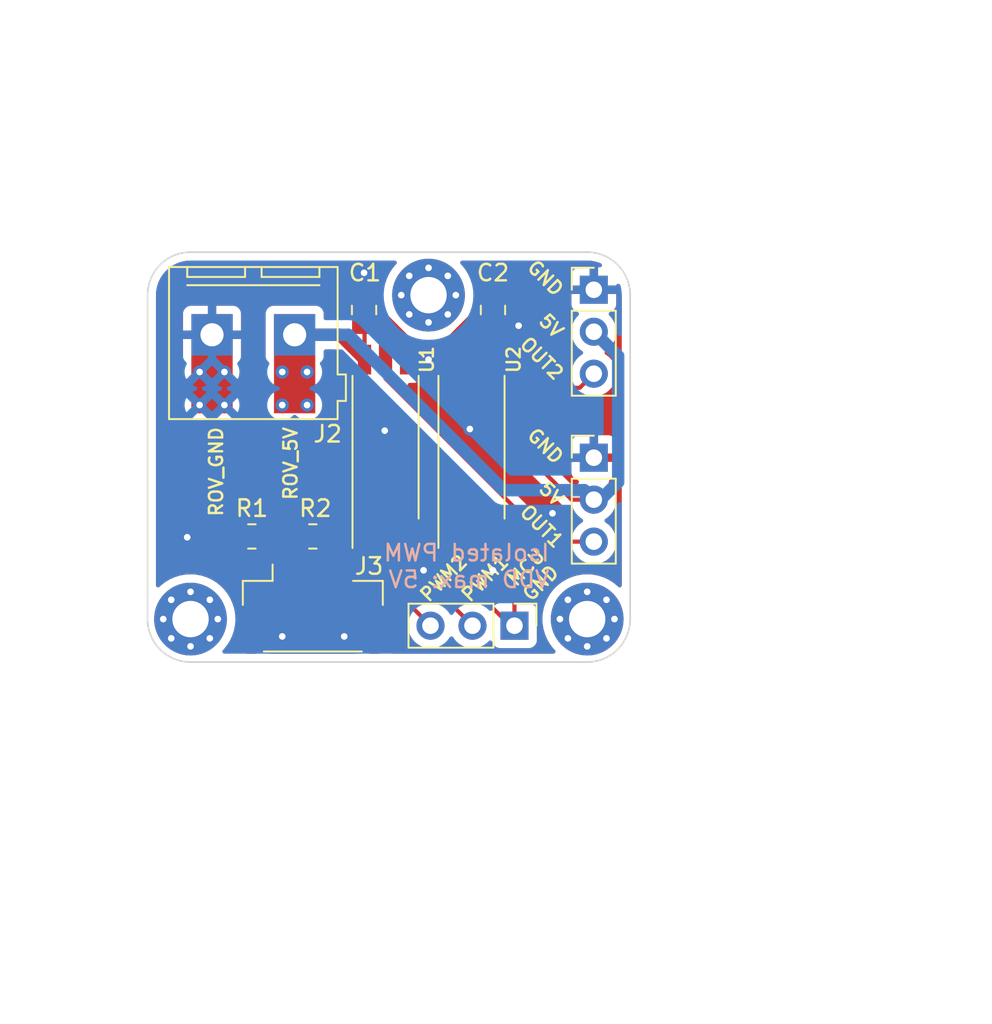
<source format=kicad_pcb>
(kicad_pcb (version 20211014) (generator pcbnew)
  (title_block (title "Isolated LED Switch PCB") (date "2022-04-30") (rev "2") (comment 3 "Author: Vincent Nguyen"))
  (layers (0 "F.Cu" signal "Front") (31 "B.Cu" signal "Back") (34 "B.Paste" user) (35 "F.Paste" user) (36 "B.SilkS" user "B.Silkscreen") (37 "F.SilkS" user "F.Silkscreen") (38 "B.Mask" user) (39 "F.Mask" user) (44 "Edge.Cuts" user))
  (net 0 "")
  (net 1 "PWM_IN2")
  (net 2 "MCU_GND")
  (net 3 "Net-(R1-Pad2)")
  (net 4 "PWM_IN1")
  (net 5 "VDD")
  (net 6 "GND")
  (net 7 "PWM_ISO2")
  (net 8 "PWM_ISO1")
  (net 10 "Net-(R2-Pad2)")
  (footprint "Resistor_SMD:R_0805_2012Metric" (layer "F.Cu") (at 139.6 91.2)
    (fp_text reference "R2" (at 0.15 -1.7) (layer "F.SilkS"))
    (fp_text value "680")
    (fp_line (start -0.227064 -0.735) (end 0.227064 -0.735) (layer "F.SilkS") (width 0.12))
    (fp_line (start -0.227064 0.735) (end 0.227064 0.735) (layer "F.SilkS") (width 0.12))
    (pad "1" smd roundrect (at -0.9125 0) (size 1.025 1.4) (layers "F.Cu" "F.Paste" "F.Mask") (roundrect_rratio 0.243902) (net 4 "PWM_IN1"))
    (pad "2" smd roundrect (at 0.9125 0) (size 1.025 1.4) (layers "F.Cu" "F.Paste" "F.Mask") (roundrect_rratio 0.243902) (net 10 "Net-(R2-Pad2)"))
  )
  (footprint "Resistor_SMD:R_0805_2012Metric" (layer "F.Cu") (at 135.9125 91.2)
    (fp_text reference "R1" (at 0 -1.7) (layer "F.SilkS"))
    (fp_text value "680")
    (fp_line (start -0.227064 0.735) (end 0.227064 0.735) (layer "F.SilkS") (width 0.12))
    (fp_line (start -0.227064 -0.735) (end 0.227064 -0.735) (layer "F.SilkS") (width 0.12))
    (pad "1" smd roundrect (at -0.9125 0) (size 1.025 1.4) (layers "F.Cu" "F.Paste" "F.Mask") (roundrect_rratio 0.243902) (net 1 "PWM_IN2"))
    (pad "2" smd roundrect (at 0.9125 0) (size 1.025 1.4) (layers "F.Cu" "F.Paste" "F.Mask") (roundrect_rratio 0.243902) (net 3 "Net-(R1-Pad2)"))
  )
  (footprint "0_lib_fp:TB001-500-02BE" (layer "F.Cu") (at 136 79 180)
    (fp_text reference "J2" (at -4.5 -6 unlocked) (layer "F.SilkS"))
    (fp_text value "TB001-500-02BE")
    (fp_line (start 4 3.5) (end 4 4.1) (layer "F.SilkS") (width 0.12))
    (fp_line (start 5.1 -5.1) (end 5.1 4.1) (layer "F.SilkS") (width 0.12))
    (fp_line (start 0.5 4.1) (end 0.5 3.5) (layer "F.SilkS") (width 0.12))
    (fp_line (start -5.1 4.1) (end -5.1 -2.4) (layer "F.SilkS") (width 0.12))
    (fp_line (start 5.1 4.1) (end -5.1 4.1) (layer "F.SilkS") (width 0.12))
    (fp_line (start -5.6 -4) (end -5.6 -2.4) (layer "F.SilkS") (width 0.12))
    (fp_line (start 4 3) (end -4 3) (layer "F.SilkS") (width 0.12))
    (fp_line (start -4 3.5) (end -4 4.1) (layer "F.SilkS") (width 0.12))
    (fp_line (start -0.5 3.5) (end -0.5 4.1) (layer "F.SilkS") (width 0.12))
    (fp_line (start -0.5 3.5) (end -4 3.5) (layer "F.SilkS") (width 0.12))
    (fp_line (start -5.1 -5.1) (end 5.1 -5.1) (layer "F.SilkS") (width 0.12))
    (fp_line (start -5.6 -2.4) (end -5.1 -2.4) (layer "F.SilkS") (width 0.12))
    (fp_line (start -5.6 -4) (end -5.1 -4) (layer "F.SilkS") (width 0.12))
    (fp_line (start 0.5 3.5) (end 4 3.5) (layer "F.SilkS") (width 0.12))
    (fp_line (start -5.1 -5.1) (end -5.1 -4) (layer "F.SilkS") (width 0.12))
    (pad "1" thru_hole circle (at -3.25 -2.25 180) (size 0.8 0.8) (drill 0.4) (layers *.Cu *.Mask) (net 5 "VDD"))
    (pad "1" thru_hole circle (at -1.75 -4.25 180) (size 0.8 0.8) (drill 0.4) (layers *.Cu *.Mask) (net 5 "VDD"))
    (pad "1" thru_hole trapezoid (at -2.5 0 180) (size 2.5 2.5) (drill 1.4) (layers *.Cu *.Mask) (net 5 "VDD"))
    (pad "1" thru_hole circle (at -3.25 -4.25 180) (size 0.8 0.8) (drill 0.4) (layers *.Cu *.Mask) (net 5 "VDD"))
    (pad "1" thru_hole circle (at -1.75 -2.25 180) (size 0.8 0.8) (drill 0.4) (layers *.Cu *.Mask) (net 5 "VDD"))
    (pad "1" smd rect (at -2.5 -3 180) (size 2.5 3.5) (layers "F.Cu" "F.Paste" "F.Mask") (net 5 "VDD"))
    (pad "2" thru_hole circle (at 1.75 -4.25 180) (size 0.8 0.8) (drill 0.4) (layers *.Cu *.Mask) (net 6 "GND"))
    (pad "2" thru_hole circle (at 1.75 -2.25 180) (size 0.8 0.8) (drill 0.4) (layers *.Cu *.Mask) (net 6 "GND"))
    (pad "2" thru_hole rect (at 2.5 0 180) (size 2.5 2.5) (drill 1.4) (layers *.Cu *.Mask) (net 6 "GND"))
    (pad "2" smd rect (at 2.5 -3 180) (size 2.5 3.5) (layers "F.Cu" "F.Paste" "F.Mask") (net 6 "GND"))
    (pad "2" thru_hole circle (at 3.25 -4.25 180) (size 0.8 0.8) (drill 0.4) (layers *.Cu *.Mask) (net 6 "GND"))
    (pad "2" thru_hole circle (at 3.25 -2.25 180) (size 0.8 0.8) (drill 0.4) (layers *.Cu *.Mask) (net 6 "GND"))
  )
  (footprint "Connector_PinHeader_2.54mm:PinHeader_1x03_P2.54mm_Vertical" (layer "F.Cu") (at 151.8 96.6 -90)
    (fp_text reference "J5" hide)
    (fp_text value "01x03 2.54mm Pin headers")
    (fp_line (start -1.33 -1.33) (end 0 -1.33) (layer "F.SilkS") (width 0.12))
    (fp_line (start 1.33 1.27) (end 1.33 6.41) (layer "F.SilkS") (width 0.12))
    (fp_line (start -1.33 1.27) (end -1.33 6.41) (layer "F.SilkS") (width 0.12))
    (fp_line (start -1.33 1.27) (end 1.33 1.27) (layer "F.SilkS") (width 0.12))
    (fp_line (start -1.33 6.41) (end 1.33 6.41) (layer "F.SilkS") (width 0.12))
    (fp_line (start -1.33 0) (end -1.33 -1.33) (layer "F.SilkS") (width 0.12))
    (pad "1" thru_hole rect (at 0 0 270) (size 1.7 1.7) (drill 1) (layers *.Cu *.Mask) (net 2 "MCU_GND"))
    (pad "2" thru_hole oval (at 0 2.54 270) (size 1.7 1.7) (drill 1) (layers *.Cu *.Mask) (net 4 "PWM_IN1"))
    (pad "3" thru_hole oval (at 0 5.08 270) (size 1.7 1.7) (drill 1) (layers *.Cu *.Mask) (net 1 "PWM_IN2"))
  )
  (footprint "Connector_PinHeader_2.54mm:PinHeader_1x03_P2.54mm_Vertical" (layer "F.Cu") (at 156.6 86.435)
    (fp_text reference "J4" hide)
    (fp_text value "01x03 2.54mm Pin headers")
    (fp_line (start -1.33 0) (end -1.33 -1.33) (layer "F.SilkS") (width 0.12))
    (fp_line (start -1.33 1.27) (end -1.33 6.41) (layer "F.SilkS") (width 0.12))
    (fp_line (start 1.33 1.27) (end 1.33 6.41) (layer "F.SilkS") (width 0.12))
    (fp_line (start -1.33 1.27) (end 1.33 1.27) (layer "F.SilkS") (width 0.12))
    (fp_line (start -1.33 6.41) (end 1.33 6.41) (layer "F.SilkS") (width 0.12))
    (fp_line (start -1.33 -1.33) (end 0 -1.33) (layer "F.SilkS") (width 0.12))
    (pad "1" thru_hole rect (at 0 0) (size 1.7 1.7) (drill 1) (layers *.Cu *.Mask) (net 6 "GND"))
    (pad "2" thru_hole oval (at 0 2.54) (size 1.7 1.7) (drill 1) (layers *.Cu *.Mask) (net 5 "VDD"))
    (pad "3" thru_hole oval (at 0 5.08) (size 1.7 1.7) (drill 1) (layers *.Cu *.Mask) (net 8 "PWM_ISO1"))
  )
  (footprint "Connector_JST:JST_GH_SM04B-GHS-TB_1x04-1MP_P1.25mm_Horizontal" (layer "F.Cu") (at 139.6 95.6)
    (fp_text reference "J3" (at 3.4 -2.6) (layer "F.SilkS"))
    (fp_text value "SM04B-GHS-TB(LF)(SN)")
    (fp_line (start -2.965 2.56) (end 2.965 2.56) (layer "F.SilkS") (width 0.12))
    (fp_line (start -4.235 -1.71) (end -2.435 -1.71) (layer "F.SilkS") (width 0.12))
    (fp_line (start 4.235 -0.26) (end 4.235 -1.71) (layer "F.SilkS") (width 0.12))
    (fp_line (start 4.235 -1.71) (end 2.435 -1.71) (layer "F.SilkS") (width 0.12))
    (fp_line (start -4.235 -0.26) (end -4.235 -1.71) (layer "F.SilkS") (width 0.12))
    (fp_line (start -2.435 -1.71) (end -2.435 -2.7) (layer "F.SilkS") (width 0.12))
    (pad "1" smd roundrect (at -1.875 -1.85) (size 0.6 1.7) (layers "F.Cu" "F.Paste" "F.Mask") (net 1 "PWM_IN2"))
    (pad "2" smd roundrect (at -0.625 -1.85) (size 0.6 1.7) (layers "F.Cu" "F.Paste" "F.Mask") (net 4 "PWM_IN1"))
    (pad "3" smd roundrect (at 0.625 -1.85) (size 0.6 1.7) (layers "F.Cu" "F.Paste" "F.Mask"))
    (pad "4" smd roundrect (at 1.875 -1.85) (size 0.6 1.7) (layers "F.Cu" "F.Paste" "F.Mask") (net 2 "MCU_GND"))
    (pad "MP" smd roundrect (at -3.725 1.35) (size 1 2.7) (layers "F.Cu" "F.Paste" "F.Mask"))
    (pad "MP" smd roundrect (at 3.725 1.35) (size 1 2.7) (layers "F.Cu" "F.Paste" "F.Mask"))
  )
  (footprint "MountingHole:MountingHole_2.2mm_M2_Pad_Via" (layer "F.Cu") (at 146.6 76.6)
    (fp_text reference "H3" hide)
    (fp_text value "2.2mm M2")
    (pad "1" thru_hole circle (at -1.166726 -1.166726) (size 0.7 0.7) (drill 0.4) (layers *.Cu *.Mask))
    (pad "1" thru_hole circle (at 0 1.65) (size 0.7 0.7) (drill 0.4) (layers *.Cu *.Mask))
    (pad "1" thru_hole circle (at 1.166726 1.166726) (size 0.7 0.7) (drill 0.4) (layers *.Cu *.Mask))
    (pad "1" thru_hole circle (at -1.166726 1.166726) (size 0.7 0.7) (drill 0.4) (layers *.Cu *.Mask))
    (pad "1" thru_hole circle (at 1.166726 -1.166726) (size 0.7 0.7) (drill 0.4) (layers *.Cu *.Mask))
    (pad "1" thru_hole circle (at 0 0) (size 4.4 4.4) (drill 2.2) (layers *.Cu *.Mask))
    (pad "1" thru_hole circle (at 1.65 0) (size 0.7 0.7) (drill 0.4) (layers *.Cu *.Mask))
    (pad "1" thru_hole circle (at 0 -1.65) (size 0.7 0.7) (drill 0.4) (layers *.Cu *.Mask))
    (pad "1" thru_hole circle (at -1.65 0) (size 0.7 0.7) (drill 0.4) (layers *.Cu *.Mask))
  )
  (footprint "MountingHole:MountingHole_2.2mm_M2_Pad_Via" (layer "F.Cu") (at 132.2 96.2)
    (fp_text reference "H1" hide)
    (fp_text value "2.2mm M2")
    (pad "1" thru_hole circle (at 0 0) (size 4.4 4.4) (drill 2.2) (layers *.Cu *.Mask))
    (pad "1" thru_hole circle (at 0 1.65) (size 0.7 0.7) (drill 0.4) (layers *.Cu *.Mask))
    (pad "1" thru_hole circle (at -1.166726 -1.166726) (size 0.7 0.7) (drill 0.4) (layers *.Cu *.Mask))
    (pad "1" thru_hole circle (at -1.65 0) (size 0.7 0.7) (drill 0.4) (layers *.Cu *.Mask))
    (pad "1" thru_hole circle (at 1.166726 -1.166726) (size 0.7 0.7) (drill 0.4) (layers *.Cu *.Mask))
    (pad "1" thru_hole circle (at 1.65 0) (size 0.7 0.7) (drill 0.4) (layers *.Cu *.Mask))
    (pad "1" thru_hole circle (at 1.166726 1.166726) (size 0.7 0.7) (drill 0.4) (layers *.Cu *.Mask))
    (pad "1" thru_hole circle (at -1.166726 1.166726) (size 0.7 0.7) (drill 0.4) (layers *.Cu *.Mask))
    (pad "1" thru_hole circle (at 0 -1.65) (size 0.7 0.7) (drill 0.4) (layers *.Cu *.Mask))
  )
  (footprint "0_lib_fp:SO6L(LF4)" (layer "F.Cu") (at 149.2 85.8 90)
    (fp_text reference "U2" (at 5.3 2.55 90 unlocked) (layer "F.SilkS") (effects (font (size 0.8 0.8))))
    (fp_text value "TLP2710(TP4,E")
    (fp_line (start -6.096 -2) (end 4.318 -2) (layer "F.SilkS") (width 0.12))
    (fp_line (start -4.318 2) (end 4.318 2) (layer "F.SilkS") (width 0.12))
    (pad "1" smd rect (at -5.3 -1.27 90) (size 1.8 0.8) (layers "F.Cu" "F.Paste" "F.Mask") (net 3 "Net-(R1-Pad2)"))
    (pad "2" smd rect (at -5.3 0 90) (size 1.8 0.8) (layers "F.Cu" "F.Paste" "F.Mask"))
    (pad "3" smd rect (at -5.3 1.27 90) (size 1.8 0.8) (layers "F.Cu" "F.Paste" "F.Mask") (net 2 "MCU_GND"))
    (pad "4" smd rect (at 5.3 1.27 90) (size 1.8 0.8) (layers "F.Cu" "F.Paste" "F.Mask") (net 6 "GND"))
    (pad "5" smd rect (at 5.3 0 90) (size 1.8 0.8) (layers "F.Cu" "F.Paste" "F.Mask") (net 7 "PWM_ISO2"))
    (pad "6" smd rect (at 5.3 -1.27 90) (size 1.8 0.8) (layers "F.Cu" "F.Paste" "F.Mask") (net 5 "VDD"))
  )
  (footprint "Connector_PinHeader_2.54mm:PinHeader_1x03_P2.54mm_Vertical" (layer "F.Cu") (at 156.6 76.275)
    (fp_text reference "J1" hide)
    (fp_text value "01x03 2.54mm Pin headers")
    (fp_line (start 1.33 1.27) (end 1.33 6.41) (layer "F.SilkS") (width 0.12))
    (fp_line (start -1.33 0) (end -1.33 -1.33) (layer "F.SilkS") (width 0.12))
    (fp_line (start -1.33 1.27) (end 1.33 1.27) (layer "F.SilkS") (width 0.12))
    (fp_line (start -1.33 1.27) (end -1.33 6.41) (layer "F.SilkS") (width 0.12))
    (fp_line (start -1.33 -1.33) (end 0 -1.33) (layer "F.SilkS") (width 0.12))
    (fp_line (start -1.33 6.41) (end 1.33 6.41) (layer "F.SilkS") (width 0.12))
    (pad "1" thru_hole rect (at 0 0) (size 1.7 1.7) (drill 1) (layers *.Cu *.Mask) (net 6 "GND"))
    (pad "2" thru_hole oval (at 0 2.54) (size 1.7 1.7) (drill 1) (layers *.Cu *.Mask) (net 5 "VDD"))
    (pad "3" thru_hole oval (at 0 5.08) (size 1.7 1.7) (drill 1) (layers *.Cu *.Mask) (net 7 "PWM_ISO2"))
  )
  (footprint "MountingHole:MountingHole_2.2mm_M2_Pad_Via" (layer "F.Cu") (at 156.2 96.2)
    (fp_text reference "H2" hide)
    (fp_text value "2.2mm M2")
    (pad "1" thru_hole circle (at 1.65 0) (size 0.7 0.7) (drill 0.4) (layers *.Cu *.Mask))
    (pad "1" thru_hole circle (at -1.166726 -1.166726) (size 0.7 0.7) (drill 0.4) (layers *.Cu *.Mask))
    (pad "1" thru_hole circle (at 1.166726 -1.166726) (size 0.7 0.7) (drill 0.4) (layers *.Cu *.Mask))
    (pad "1" thru_hole circle (at 0 0) (size 4.4 4.4) (drill 2.2) (layers *.Cu *.Mask))
    (pad "1" thru_hole circle (at 0 -1.65) (size 0.7 0.7) (drill 0.4) (layers *.Cu *.Mask))
    (pad "1" thru_hole circle (at -1.166726 1.166726) (size 0.7 0.7) (drill 0.4) (layers *.Cu *.Mask))
    (pad "1" thru_hole circle (at -1.65 0) (size 0.7 0.7) (drill 0.4) (layers *.Cu *.Mask))
    (pad "1" thru_hole circle (at 0 1.65) (size 0.7 0.7) (drill 0.4) (layers *.Cu *.Mask))
    (pad "1" thru_hole circle (at 1.166726 1.166726) (size 0.7 0.7) (drill 0.4) (layers *.Cu *.Mask))
  )
  (footprint "Capacitor_SMD:C_0805_2012Metric" (layer "F.Cu") (at 142.7 77.5 90)
    (fp_text reference "C1" (at 2.25 0.05 180) (layer "F.SilkS"))
    (fp_text value "0.1uF")
    (fp_line (start -0.261252 0.735) (end 0.261252 0.735) (layer "F.SilkS") (width 0.12))
    (fp_line (start -0.261252 -0.735) (end 0.261252 -0.735) (layer "F.SilkS") (width 0.12))
    (pad "1" smd roundrect (at -0.95 0 90) (size 1 1.45) (layers "F.Cu" "F.Paste" "F.Mask") (net 5 "VDD"))
    (pad "2" smd roundrect (at 0.95 0 90) (size 1 1.45) (layers "F.Cu" "F.Paste" "F.Mask") (net 6 "GND"))
  )
  (footprint "0_lib_fp:SO6L(LF4)" (layer "F.Cu") (at 144 85.8 90)
    (fp_text reference "U1" (at 5.3 2.5 90 unlocked) (layer "F.SilkS") (effects (font (size 0.8 0.8))))
    (fp_text value "TLP2710(TP4,E")
    (fp_line (start -6.096 -2) (end 4.318 -2) (layer "F.SilkS") (width 0.12))
    (fp_line (start -4.318 2) (end 4.318 2) (layer "F.SilkS") (width 0.12))
    (pad "1" smd rect (at -5.3 -1.27 90) (size 1.8 0.8) (layers "F.Cu" "F.Paste" "F.Mask") (net 10 "Net-(R2-Pad2)"))
    (pad "2" smd rect (at -5.3 0 90) (size 1.8 0.8) (layers "F.Cu" "F.Paste" "F.Mask"))
    (pad "3" smd rect (at -5.3 1.27 90) (size 1.8 0.8) (layers "F.Cu" "F.Paste" "F.Mask") (net 2 "MCU_GND"))
    (pad "4" smd rect (at 5.3 1.27 90) (size 1.8 0.8) (layers "F.Cu" "F.Paste" "F.Mask") (net 6 "GND"))
    (pad "5" smd rect (at 5.3 0 90) (size 1.8 0.8) (layers "F.Cu" "F.Paste" "F.Mask") (net 8 "PWM_ISO1"))
    (pad "6" smd rect (at 5.3 -1.27 90) (size 1.8 0.8) (layers "F.Cu" "F.Paste" "F.Mask") (net 5 "VDD"))
  )
  (footprint "Capacitor_SMD:C_0805_2012Metric" (layer "F.Cu") (at 150.5 77.5 -90)
    (fp_text reference "C2" (at -2.25 0) (layer "F.SilkS"))
    (fp_text value "0.1uF")
    (fp_line (start -0.261252 -0.735) (end 0.261252 -0.735) (layer "F.SilkS") (width 0.12))
    (fp_line (start -0.261252 0.735) (end 0.261252 0.735) (layer "F.SilkS") (width 0.12))
    (pad "1" smd roundrect (at -0.95 0 270) (size 1 1.45) (layers "F.Cu" "F.Paste" "F.Mask") (net 5 "VDD"))
    (pad "2" smd roundrect (at 0.95 0 270) (size 1 1.45) (layers "F.Cu" "F.Paste" "F.Mask") (net 6 "GND"))
  )
  (gr_line (start 158.8 96.2) (end 158.8 76.6) (layer "Edge.Cuts") (width 0.1))
  (gr_arc (start 158.8 96.2) (mid 158.038478 98.038478) (end 156.2 98.8) (layer "Edge.Cuts") (width 0.1))
  (gr_line (start 156.2 74) (end 132.2 74) (layer "Edge.Cuts") (width 0.1))
  (gr_line (start 132.2 98.8) (end 156.2 98.8) (layer "Edge.Cuts") (width 0.1))
  (gr_arc (start 156.2 74) (mid 158.038478 74.761522) (end 158.8 76.6) (layer "Edge.Cuts") (width 0.1))
  (gr_arc (start 129.6 76.6) (mid 130.361522 74.761522) (end 132.2 74) (layer "Edge.Cuts") (width 0.1))
  (gr_line (start 129.6 96.2) (end 129.6 76.6) (layer "Edge.Cuts") (width 0.1))
  (gr_arc (start 132.2 98.8) (mid 130.361522 98.038478) (end 129.6 96.2) (layer "Edge.Cuts") (width 0.1))
  (gr_text "Isolated PWM\nVDD max: 5V" (at 154 93) (layer "B.SilkS") (effects (font (size 1 1)) (justify left mirror)))
  (gr_text "5V" (at 154.6 79.04 315) (layer "F.SilkS") (effects (font (size 0.8 0.8)) (justify right)))
  (gr_text "PWM1" (at 148.75 95 45) (layer "F.SilkS") (effects (font (size 0.8 0.8)) (justify left)))
  (gr_text "GND" (at 154.6 76.5 315) (layer "F.SilkS") (effects (font (size 0.8 0.8)) (justify right)))
  (gr_text "ROV_GND" (at 133.75 84.5 90) (layer "F.SilkS") (effects (font (size 0.8 0.8)) (justify right)))
  (gr_text "5V" (at 154.6 89.2 315) (layer "F.SilkS") (effects (font (size 0.8 0.8)) (justify right)))
  (gr_text "MCU\nGND" (at 152 94.5 45) (layer "F.SilkS") (effects (font (size 0.8 0.8)) (justify left)))
  (gr_text "GND" (at 154.6 86.66 315) (layer "F.SilkS") (effects (font (size 0.8 0.8)) (justify right)))
  (gr_text "PWM2" (at 146.25 95 45) (layer "F.SilkS") (effects (font (size 0.8 0.8)) (justify left)))
  (gr_text "ROV_5V" (at 138.25 84.5 90) (layer "F.SilkS") (effects (font (size 0.8 0.8)) (justify right)))
  (gr_text "OUT1" (at 154.6 91.74 315) (layer "F.SilkS") (effects (font (size 0.8 0.8)) (justify right)))
  (gr_text "OUT2" (at 154.6 81.58 315) (layer "F.SilkS") (effects (font (size 0.8 0.8)) (justify right)))
  (segment (start 142.049172 95.474039) (end 139.107256 95.474039) (width 0.25) (layer "F.Cu") (net 1))
  (segment (start 139.107256 95.474039) (end 137.725 94.091783) (width 0.25) (layer "F.Cu") (net 1))
  (segment (start 137.725 94.091783) (end 137.725 93.75) (width 0.25) (layer "F.Cu") (net 1))
  (segment (start 146.72 96.6) (end 145.34548 95.22548) (width 0.25) (layer "F.Cu") (net 1))
  (segment (start 135.175 91.2) (end 135 91.2) (width 0.25) (layer "F.Cu") (net 1))
  (segment (start 142.297731 95.22548) (end 142.049172 95.474039) (width 0.25) (layer "F.Cu") (net 1))
  (segment (start 145.34548 95.22548) (end 142.297731 95.22548) (width 0.25) (layer "F.Cu") (net 1))
  (segment (start 137.725 93.75) (end 135.175 91.2) (width 0.25) (layer "F.Cu") (net 1))
  (segment (start 151.8 96.6) (end 151.555489 96.6) (width 0.25) (layer "F.Cu") (net 2))
  (segment (start 145.27 92.25) (end 145.27 91.1) (width 0.25) (layer "F.Cu") (net 2))
  (segment (start 141.475 93.75) (end 143.77 93.75) (width 0.25) (layer "F.Cu") (net 2))
  (segment (start 151.8 92.43) (end 150.47 91.1) (width 0.25) (layer "F.Cu") (net 2))
  (segment (start 151.555489 96.6) (end 146.055489 91.1) (width 0.25) (layer "F.Cu") (net 2))
  (segment (start 151.8 96.6) (end 151.8 92.43) (width 0.25) (layer "F.Cu") (net 2))
  (segment (start 143.77 93.75) (end 145.27 92.25) (width 0.25) (layer "F.Cu") (net 2))
  (segment (start 146.055489 91.1) (end 145.27 91.1) (width 0.25) (layer "F.Cu") (net 2))
  (segment (start 138.199511 89.825489) (end 146.655489 89.825489) (width 0.25) (layer "F.Cu") (net 3))
  (segment (start 146.655489 89.825489) (end 147.93 91.1) (width 0.25) (layer "F.Cu") (net 3))
  (segment (start 136.825 91.2) (end 138.199511 89.825489) (width 0.25) (layer "F.Cu") (net 3))
  (segment (start 138.975 93.75) (end 138.975 91.4875) (width 0.25) (layer "F.Cu") (net 4))
  (segment (start 138.975 91.4875) (end 138.6875 91.2) (width 0.25) (layer "F.Cu") (net 4))
  (segment (start 141.842263 94.97452) (end 139.857737 94.97452) (width 0.25) (layer "F.Cu") (net 4))
  (segment (start 139.857737 94.97452) (end 138.975 94.091783) (width 0.25) (layer "F.Cu") (net 4))
  (segment (start 142.090823 94.72596) (end 141.842263 94.97452) (width 0.25) (layer "F.Cu") (net 4))
  (segment (start 138.975 94.091783) (end 138.975 93.75) (width 0.25) (layer "F.Cu") (net 4))
  (segment (start 147.38596 94.72596) (end 142.090823 94.72596) (width 0.25) (layer "F.Cu") (net 4))
  (segment (start 149.26 96.6) (end 147.38596 94.72596) (width 0.25) (layer "F.Cu") (net 4))
  (segment (start 147.93 79.12) (end 147.93 80.5) (width 0.25) (layer "F.Cu") (net 5))
  (segment (start 147.93 81.65) (end 155.255 88.975) (width 0.25) (layer "F.Cu") (net 5))
  (segment (start 142.73 78.48) (end 142.7 78.45) (width 0.25) (layer "F.Cu") (net 5))
  (segment (start 150.5 76.55) (end 147.93 79.12) (width 0.25) (layer "F.Cu") (net 5))
  (segment (start 147.93 80.5) (end 147.93 81.65) (width 0.25) (layer "F.Cu") (net 5))
  (segment (start 141.23 79) (end 142.73 80.5) (width 0.75) (layer "F.Cu") (net 5))
  (segment (start 142.73 80.5) (end 142.73 78.48) (width 0.25) (layer "F.Cu") (net 5))
  (segment (start 155.255 88.975) (end 156.6 88.975) (width 0.25) (layer "F.Cu") (net 5))
  (segment (start 138.5 79) (end 141.23 79) (width 0.75) (layer "F.Cu") (net 5))
  (segment (start 156.6 88.975) (end 157.009022 88.975) (width 0.75) (layer "B.Cu") (net 5))
  (segment (start 156.025 88.4) (end 156.6 88.975) (width 0.75) (layer "B.Cu") (net 5))
  (segment (start 151.15 88.4) (end 156.025 88.4) (width 0.75) (layer "B.Cu") (net 5))
  (segment (start 157.009022 88.975) (end 158.074511 87.909511) (width 0.75) (layer "B.Cu") (net 5))
  (segment (start 138.5 79) (end 141.75 79) (width 0.75) (layer "B.Cu") (net 5))
  (segment (start 158.074511 87.909511) (end 158.074511 80.289511) (width 0.75) (layer "B.Cu") (net 5))
  (segment (start 158.074511 80.289511) (end 156.6 78.815) (width 0.75) (layer "B.Cu") (net 5))
  (segment (start 141.75 79) (end 151.15 88.4) (width 0.75) (layer "B.Cu") (net 5))
  (segment (start 150.47 78.48) (end 150.5 78.45) (width 0.25) (layer "F.Cu") (net 6))
  (segment (start 145.27 79.12) (end 142.7 76.55) (width 0.25) (layer "F.Cu") (net 6))
  (segment (start 150.47 80.5) (end 150.47 78.48) (width 0.25) (layer "F.Cu") (net 6))
  (segment (start 145.27 80.5) (end 145.27 79.12) (width 0.25) (layer "F.Cu") (net 6))
  (via (at 132 91.25) (size 0.8) (drill 0.4) (layers "F.Cu" "B.Cu") (net 6))
  (via (at 152.05 78.45) (size 0.8) (drill 0.4) (layers "F.Cu" "B.Cu") (net 6))
  (via (at 137.75 97.25) (size 0.8) (drill 0.4) (layers "F.Cu" "B.Cu") (net 6))
  (via (at 146.6 80.5) (size 0.8) (drill 0.4) (layers "F.Cu" "B.Cu") (net 6))
  (via (at 141.5 97.25) (size 0.8) (drill 0.4) (layers "F.Cu" "B.Cu") (net 6))
  (via (at 154.1 89.8) (size 0.8) (drill 0.4) (layers "F.Cu" "B.Cu") (net 6))
  (via (at 142.7 75.25) (size 0.8) (drill 0.4) (layers "F.Cu" "B.Cu") (net 6))
  (via (at 143.95 84.8) (size 0.8) (drill 0.4) (layers "F.Cu" "B.Cu") (net 6))
  (via (at 149.1 84.7) (size 0.8) (drill 0.4) (layers "F.Cu" "B.Cu") (net 6))
  (via (at 146.3 93.25) (size 0.8) (drill 0.4) (layers "F.Cu" "B.Cu") (net 6))
  (via (at 150.5 93.25) (size 0.8) (drill 0.4) (layers "F.Cu" "B.Cu") (net 6))
  (segment (start 150.205 82.205) (end 149.2 81.2) (width 0.25) (layer "F.Cu") (net 7))
  (segment (start 149.2 81.2) (end 149.2 80.5) (width 0.25) (layer "F.Cu") (net 7))
  (segment (start 155.75 82.205) (end 150.205 82.205) (width 0.25) (layer "F.Cu") (net 7))
  (segment (start 156.6 81.355) (end 155.75 82.205) (width 0.25) (layer "F.Cu") (net 7))
  (segment (start 153.865 91.515) (end 156.6 91.515) (width 0.25) (layer "F.Cu") (net 8))
  (segment (start 144 81.65) (end 153.865 91.515) (width 0.25) (layer "F.Cu") (net 8))
  (segment (start 144 80.5) (end 144 81.65) (width 0.25) (layer "F.Cu") (net 8))
  (segment (start 140.5125 91.2) (end 142.63 91.2) (width 0.25) (layer "F.Cu") (net 10))
  (segment (start 142.63 91.2) (end 142.73 91.1) (width 0.25) (layer "F.Cu") (net 10))
  (zone (net 6) (net_name "GND") (layer "F.Cu") (connect_pads (clearance 0.508)) (min_thickness 0.254) (fill yes (thermal_gap 0.508) (thermal_bridge_width 0.508))
    (polygon (pts (xy 159 98.8) (xy 129.4 99) (xy 129.4 73.8) (xy 159 73.8)))
  )
  (zone (net 6) (net_name "GND") (layer "B.Cu") (connect_pads (clearance 0.508)) (min_thickness 0.254) (fill yes (thermal_gap 0.508) (thermal_bridge_width 0.508))
    (polygon (pts (xy 159 98.8) (xy 129.4 99) (xy 129.4 73.8) (xy 159 73.8)))
  )
)
</source>
